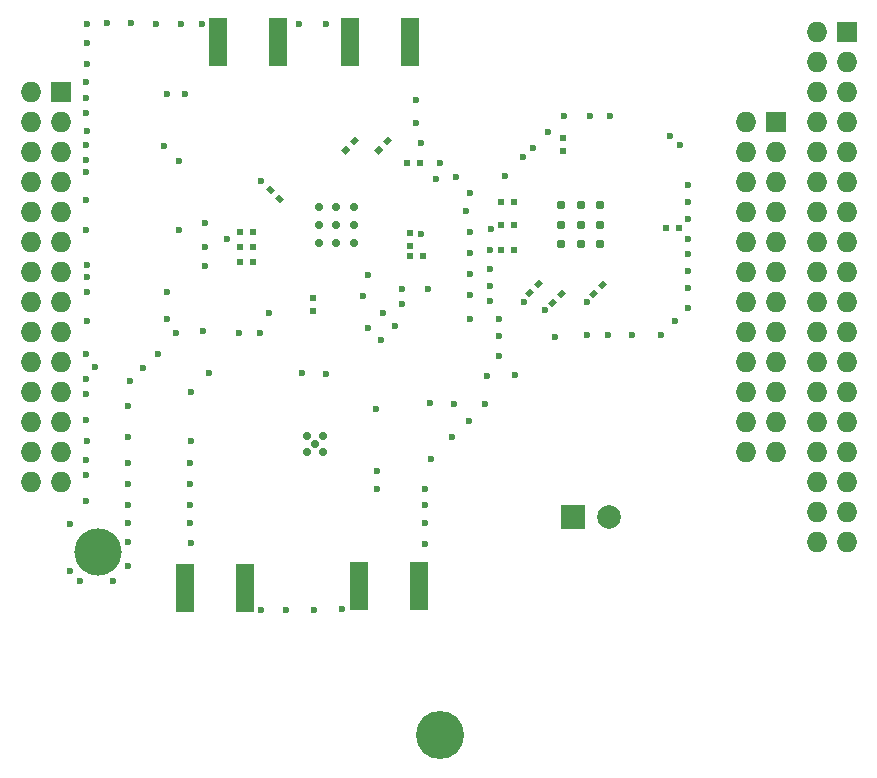
<source format=gbs>
G04 #@! TF.FileFunction,Soldermask,Bot*
%FSLAX46Y46*%
G04 Gerber Fmt 4.6, Leading zero omitted, Abs format (unit mm)*
G04 Created by KiCad (PCBNEW 4.0.0-rc1-stable) date 05/07/2016 17:06:47*
%MOMM*%
G01*
G04 APERTURE LIST*
%ADD10C,0.100000*%
%ADD11C,0.600000*%
%ADD12R,0.600000X0.500000*%
%ADD13R,1.524000X4.064000*%
%ADD14C,0.762000*%
%ADD15R,1.727200X1.727200*%
%ADD16O,1.727200X1.727200*%
%ADD17C,0.736600*%
%ADD18C,0.777240*%
%ADD19C,4.000000*%
%ADD20R,2.000000X2.000000*%
%ADD21C,2.000000*%
%ADD22C,0.742240*%
%ADD23R,0.500000X0.600000*%
%ADD24C,4.064000*%
G04 APERTURE END LIST*
D10*
D11*
X47129700Y-97574100D03*
X41668700Y-81267300D03*
X76263500Y-77470000D03*
X64643000Y-78486000D03*
X63906400Y-91490800D03*
X76708000Y-93091000D03*
X73088500Y-94297500D03*
X70993000Y-94297500D03*
X69215000Y-94297500D03*
X33464500Y-78295500D03*
X34734500Y-79565500D03*
X34734500Y-85407500D03*
X59245500Y-101536500D03*
X60642500Y-100139500D03*
X63119000Y-97663000D03*
X51498500Y-105791000D03*
X51435000Y-107315000D03*
X56007000Y-104775000D03*
X55562500Y-108712000D03*
X55562500Y-110236000D03*
X35623500Y-110236000D03*
X35623500Y-108712000D03*
X35623500Y-106870500D03*
X35623500Y-105092500D03*
X35687000Y-103251000D03*
X61150500Y-85280500D03*
X61023500Y-87122000D03*
X69215000Y-91503500D03*
X65659000Y-92202000D03*
X61823600Y-92913200D03*
X61785500Y-94361000D03*
X61785500Y-96075500D03*
X60769500Y-97726500D03*
X57975500Y-100139500D03*
X55943500Y-100076000D03*
X51371500Y-100584000D03*
X45148500Y-97472500D03*
X37274500Y-97472500D03*
X35687000Y-99123500D03*
X35687000Y-111887000D03*
X46101000Y-117538500D03*
X43751500Y-117538500D03*
X41656000Y-117538500D03*
X48514000Y-117475000D03*
X55562500Y-111950500D03*
X55562500Y-107315000D03*
X57848500Y-102933500D03*
X66548000Y-94488000D03*
X75501500Y-94297500D03*
X77787500Y-92011500D03*
X77787500Y-90297000D03*
X77787500Y-88900000D03*
X77787500Y-87439500D03*
X77787500Y-86169500D03*
X77787500Y-84455000D03*
X77787500Y-83058000D03*
X77787500Y-81597500D03*
X77089000Y-78232000D03*
X71170800Y-75742800D03*
X69532500Y-75755500D03*
X67310000Y-75755500D03*
X65976500Y-77089000D03*
X63817500Y-79248000D03*
X62293500Y-80835500D03*
X55181500Y-85725000D03*
X38735000Y-86169500D03*
X33718500Y-90678000D03*
X42354500Y-92392500D03*
X33655000Y-73914000D03*
X35179000Y-73914000D03*
X59372500Y-92900500D03*
X55753000Y-90360500D03*
X53594000Y-90424000D03*
X53022500Y-93535500D03*
X53594000Y-91694000D03*
X50292000Y-90995500D03*
X50736500Y-89217500D03*
X51816000Y-94742000D03*
X50736500Y-93662500D03*
X41592500Y-94107000D03*
X39751000Y-94107000D03*
X36703000Y-93916500D03*
X33655000Y-92900500D03*
X34480500Y-94107000D03*
X32893000Y-95885000D03*
X31623000Y-97091500D03*
X30543500Y-98171000D03*
X30416500Y-100266500D03*
X30416500Y-102933500D03*
X30416500Y-105092500D03*
X30416500Y-106870500D03*
X30416500Y-108712000D03*
X30416500Y-110236000D03*
X30416500Y-111823500D03*
X30416500Y-113855500D03*
X29146500Y-115125500D03*
X26352500Y-115125500D03*
X25463500Y-114236500D03*
X25463500Y-110299500D03*
X26860500Y-108331000D03*
X51943000Y-92456000D03*
X59372500Y-89154000D03*
X59372500Y-87376000D03*
X59372500Y-85598000D03*
X58991500Y-83820000D03*
X59372500Y-82232500D03*
X56451500Y-81089500D03*
X58166000Y-80899000D03*
X56832500Y-79692500D03*
X55181500Y-78041500D03*
X54800500Y-76327000D03*
X54800500Y-74422000D03*
X47117000Y-67945000D03*
X44894500Y-67945000D03*
X36639500Y-67945000D03*
X34861500Y-67945000D03*
X32766000Y-67945000D03*
X30607000Y-67881500D03*
X28575000Y-67881500D03*
X26924000Y-69532500D03*
X26924000Y-67945000D03*
X26924000Y-71374000D03*
X26860500Y-72834500D03*
X26860500Y-74231500D03*
X26860500Y-75501500D03*
X26924000Y-77025500D03*
X26860500Y-78168500D03*
X26860500Y-79502000D03*
X26860500Y-80518000D03*
X26860500Y-82867500D03*
X26860500Y-85407500D03*
X26924000Y-88328500D03*
X26924000Y-89408000D03*
X26924000Y-90614500D03*
X26924000Y-93091000D03*
X26860500Y-95885000D03*
X27622500Y-96964500D03*
X26860500Y-97980500D03*
X26860500Y-99314000D03*
X26860500Y-101473000D03*
X26924000Y-103251000D03*
X26860500Y-104838500D03*
X26860500Y-106172000D03*
X36893500Y-84772500D03*
X36893500Y-88455500D03*
X36893500Y-86868000D03*
X61023500Y-91440000D03*
X61023500Y-90106500D03*
D12*
X54250500Y-87630000D03*
X55350500Y-87630000D03*
D10*
G36*
X48724736Y-79009818D02*
X48371182Y-78656264D01*
X48795446Y-78232000D01*
X49149000Y-78585554D01*
X48724736Y-79009818D01*
X48724736Y-79009818D01*
G37*
G36*
X49502554Y-78232000D02*
X49149000Y-77878446D01*
X49573264Y-77454182D01*
X49926818Y-77807736D01*
X49502554Y-78232000D01*
X49502554Y-78232000D01*
G37*
D13*
X40259000Y-115697000D03*
X35179000Y-115697000D03*
D14*
X35519000Y-114129000D03*
X34819000Y-114129000D03*
X35519000Y-115129000D03*
X35519000Y-116129000D03*
X34819000Y-116129000D03*
X34819000Y-115129000D03*
X39919000Y-114129000D03*
X39919000Y-115129000D03*
X39919000Y-116129000D03*
X40619000Y-116129000D03*
X40619000Y-115129000D03*
X40619000Y-114129000D03*
D15*
X91213000Y-68599000D03*
D16*
X88673000Y-68599000D03*
X91213000Y-71139000D03*
X88673000Y-71139000D03*
X91213000Y-73679000D03*
X88673000Y-73679000D03*
X91213000Y-76219000D03*
X88673000Y-76219000D03*
X91213000Y-78759000D03*
X88673000Y-78759000D03*
X91213000Y-81299000D03*
X88673000Y-81299000D03*
X91213000Y-83839000D03*
X88673000Y-83839000D03*
X91213000Y-86379000D03*
X88673000Y-86379000D03*
X91213000Y-88919000D03*
X88673000Y-88919000D03*
X91213000Y-91459000D03*
X88673000Y-91459000D03*
X91213000Y-93999000D03*
X88673000Y-93999000D03*
X91213000Y-96539000D03*
X88673000Y-96539000D03*
X91213000Y-99079000D03*
X88673000Y-99079000D03*
X91213000Y-101619000D03*
X88673000Y-101619000D03*
X91213000Y-104159000D03*
X88673000Y-104159000D03*
X91213000Y-106699000D03*
X88673000Y-106699000D03*
X91213000Y-109239000D03*
X88673000Y-109239000D03*
X91213000Y-111779000D03*
X88673000Y-111779000D03*
D15*
X85213000Y-76219000D03*
D16*
X82673000Y-76219000D03*
X85213000Y-78759000D03*
X82673000Y-78759000D03*
X85213000Y-81299000D03*
X82673000Y-81299000D03*
X85213000Y-83839000D03*
X82673000Y-83839000D03*
X85213000Y-86379000D03*
X82673000Y-86379000D03*
X85213000Y-88919000D03*
X82673000Y-88919000D03*
X85213000Y-91459000D03*
X82673000Y-91459000D03*
X85213000Y-93999000D03*
X82673000Y-93999000D03*
X85213000Y-96539000D03*
X82673000Y-96539000D03*
X85213000Y-99079000D03*
X82673000Y-99079000D03*
X85213000Y-101619000D03*
X82673000Y-101619000D03*
X85213000Y-104159000D03*
X82673000Y-104159000D03*
D15*
X24713000Y-73679000D03*
D16*
X22173000Y-73679000D03*
X24713000Y-76219000D03*
X22173000Y-76219000D03*
X24713000Y-78759000D03*
X22173000Y-78759000D03*
X24713000Y-81299000D03*
X22173000Y-81299000D03*
X24713000Y-83839000D03*
X22173000Y-83839000D03*
X24713000Y-86379000D03*
X22173000Y-86379000D03*
X24713000Y-88919000D03*
X22173000Y-88919000D03*
X24713000Y-91459000D03*
X22173000Y-91459000D03*
X24713000Y-93999000D03*
X22173000Y-93999000D03*
X24713000Y-96539000D03*
X22173000Y-96539000D03*
X24713000Y-99079000D03*
X22173000Y-99079000D03*
X24713000Y-101619000D03*
X22173000Y-101619000D03*
X24713000Y-104159000D03*
X22173000Y-104159000D03*
X24713000Y-106699000D03*
X22173000Y-106699000D03*
D13*
X49149000Y-69469000D03*
X54229000Y-69469000D03*
D14*
X53889000Y-71037000D03*
X54589000Y-71037000D03*
X53889000Y-70037000D03*
X53889000Y-69037000D03*
X54589000Y-69037000D03*
X54589000Y-70037000D03*
X49489000Y-71037000D03*
X49489000Y-70037000D03*
X49489000Y-69037000D03*
X48789000Y-69037000D03*
X48789000Y-70037000D03*
X48789000Y-71037000D03*
D13*
X37973000Y-69469000D03*
X43053000Y-69469000D03*
D14*
X42713000Y-71037000D03*
X43413000Y-71037000D03*
X42713000Y-70037000D03*
X42713000Y-69037000D03*
X43413000Y-69037000D03*
X43413000Y-70037000D03*
X38313000Y-71037000D03*
X38313000Y-70037000D03*
X38313000Y-69037000D03*
X37613000Y-69037000D03*
X37613000Y-70037000D03*
X37613000Y-71037000D03*
D17*
X48006000Y-84963000D03*
X48006000Y-83463000D03*
X49506000Y-83463000D03*
X49506000Y-84963000D03*
X49506000Y-86463000D03*
X48006000Y-86463000D03*
X46506000Y-86463000D03*
X46506000Y-84963000D03*
X46506000Y-83463000D03*
D18*
X68707000Y-84963000D03*
X68707000Y-86613000D03*
X67057000Y-86613000D03*
X67057000Y-84963000D03*
X67057000Y-83313000D03*
X68707000Y-83313000D03*
X70357000Y-83313000D03*
X70357000Y-84963000D03*
X70357000Y-86613000D03*
D19*
X27823000Y-112679000D03*
D20*
X68072000Y-109728000D03*
D21*
X71072000Y-109728000D03*
D13*
X54991000Y-115570000D03*
X49911000Y-115570000D03*
D14*
X50251000Y-114002000D03*
X49551000Y-114002000D03*
X50251000Y-115002000D03*
X50251000Y-116002000D03*
X49551000Y-116002000D03*
X49551000Y-115002000D03*
X54651000Y-114002000D03*
X54651000Y-115002000D03*
X54651000Y-116002000D03*
X55351000Y-116002000D03*
X55351000Y-115002000D03*
X55351000Y-114002000D03*
D22*
X46228000Y-103505000D03*
X45568000Y-102845000D03*
X46888000Y-102845000D03*
X46888000Y-104165000D03*
X45568000Y-104165000D03*
D10*
G36*
X51518736Y-79009818D02*
X51165182Y-78656264D01*
X51589446Y-78232000D01*
X51943000Y-78585554D01*
X51518736Y-79009818D01*
X51518736Y-79009818D01*
G37*
G36*
X52296554Y-78232000D02*
X51943000Y-77878446D01*
X52367264Y-77454182D01*
X52720818Y-77807736D01*
X52296554Y-78232000D01*
X52296554Y-78232000D01*
G37*
G36*
X43576818Y-82783764D02*
X43223264Y-83137318D01*
X42799000Y-82713054D01*
X43152554Y-82359500D01*
X43576818Y-82783764D01*
X43576818Y-82783764D01*
G37*
G36*
X42799000Y-82005946D02*
X42445446Y-82359500D01*
X42021182Y-81935236D01*
X42374736Y-81581682D01*
X42799000Y-82005946D01*
X42799000Y-82005946D01*
G37*
D12*
X63034000Y-83058000D03*
X61934000Y-83058000D03*
X53996500Y-79756000D03*
X55096500Y-79756000D03*
D10*
G36*
X67099264Y-90344682D02*
X67452818Y-90698236D01*
X67028554Y-91122500D01*
X66675000Y-90768946D01*
X67099264Y-90344682D01*
X67099264Y-90344682D01*
G37*
G36*
X66321446Y-91122500D02*
X66675000Y-91476054D01*
X66250736Y-91900318D01*
X65897182Y-91546764D01*
X66321446Y-91122500D01*
X66321446Y-91122500D01*
G37*
D12*
X63034000Y-84963000D03*
X61934000Y-84963000D03*
X63034000Y-87122000D03*
X61934000Y-87122000D03*
D23*
X67246500Y-78718500D03*
X67246500Y-77618500D03*
D10*
G36*
X65194264Y-89519182D02*
X65547818Y-89872736D01*
X65123554Y-90297000D01*
X64770000Y-89943446D01*
X65194264Y-89519182D01*
X65194264Y-89519182D01*
G37*
G36*
X64416446Y-90297000D02*
X64770000Y-90650554D01*
X64345736Y-91074818D01*
X63992182Y-90721264D01*
X64416446Y-90297000D01*
X64416446Y-90297000D01*
G37*
D12*
X40936000Y-86868000D03*
X39836000Y-86868000D03*
X40936000Y-88138000D03*
X39836000Y-88138000D03*
X40936000Y-85598000D03*
X39836000Y-85598000D03*
D10*
G36*
X70591764Y-89582682D02*
X70945318Y-89936236D01*
X70521054Y-90360500D01*
X70167500Y-90006946D01*
X70591764Y-89582682D01*
X70591764Y-89582682D01*
G37*
G36*
X69813946Y-90360500D02*
X70167500Y-90714054D01*
X69743236Y-91138318D01*
X69389682Y-90784764D01*
X69813946Y-90360500D01*
X69813946Y-90360500D01*
G37*
D23*
X46037500Y-91144000D03*
X46037500Y-92244000D03*
D12*
X75904000Y-85217000D03*
X77004000Y-85217000D03*
D11*
X59372500Y-90932000D03*
D23*
X54229000Y-85619500D03*
X54229000Y-86719500D03*
D11*
X61023500Y-88709500D03*
D24*
X56831000Y-128184001D03*
D11*
X56831000Y-128184001D03*
X56831000Y-128184001D03*
M02*

</source>
